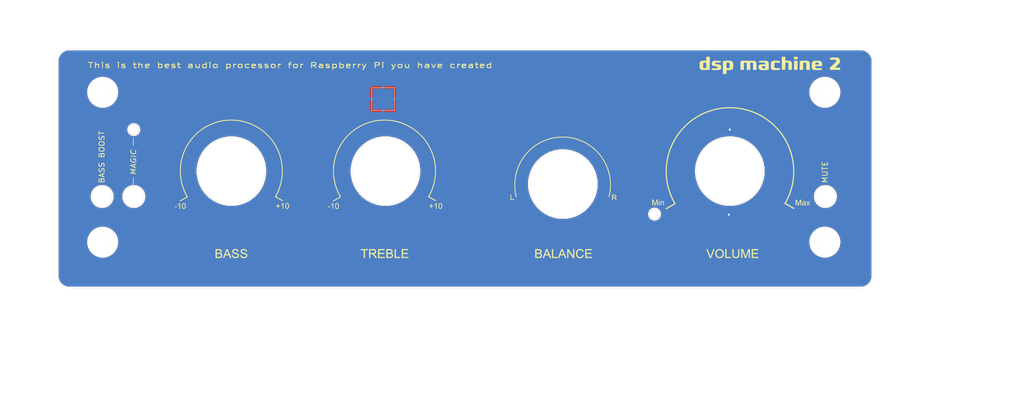
<source format=kicad_pcb>
(kicad_pcb (version 20211014) (generator pcbnew)
  (layers (0 "F.Cu" signal) (31 "B.Cu" signal) (34 "B.Paste" user) (35 "F.Paste" user) (36 "B.SilkS" user "B.Silkscreen") (37 "F.SilkS" user "F.Silkscreen") (38 "B.Mask" user) (39 "F.Mask" user) (44 "Edge.Cuts" user))
  (net 0 "")
  (net 1 "GND")
  (footprint "Сайт-сом:bass_scale" (layer "F.Cu") (at 99.7 114.2)
    (fp_text reference "G***" hide)
    (fp_text value "LOGO" hide)
  )
  (footprint "Сайт-сом:bass_scale" (layer "F.Cu") (at 129.2 114.2)
    (fp_text reference "G***" hide)
    (fp_text value "LOGO" hide)
  )
  (footprint "Сайт-сом:ball" (layer "F.Cu") (at 163.5 117)
    (fp_text reference "G***" hide)
    (fp_text value "LOGO" hide)
  )
  (footprint "Сайт-сом:vol" (layer "F.Cu") (at 196.254 132.4)
    (fp_text reference "G***" hide)
    (fp_text value "LOGO" hide)
  )
  (footprint "Сайт-сом:BALANCE" (layer "F.Cu") (at 163.658489 132.39812)
    (fp_text reference "G***" hide)
    (fp_text value "LOGO" hide)
  )
  (footprint "Сайт-сом:TREBLE" (layer "F.Cu") (at 129.23091 132.39827)
    (fp_text reference "G***" hide)
    (fp_text value "LOGO" hide)
  )
  (footprint "Сайт-сом:BASS" (layer "F.Cu") (at 99.67618 132.397958)
    (fp_text reference "G***" hide)
    (fp_text value "LOGO" hide)
  )
  (footprint "Сайт-сом:volscale" (layer "F.Cu") (at 195.8 113.7)
    (fp_text reference "G***" hide)
    (fp_text value "LOGO" hide)
  )
  (footprint "Buttons_Switches_SMD:SW_SPST_PTS645" (layer "F.Cu") (at 213.9 121.4 -90)
    (fp_text reference "SW1" hide)
    (fp_text value "SW_Push_Dual")
  )
  (footprint "Buttons_Switches_SMD:SW_SPST_PTS645" (layer "F.Cu") (at 80.7 121.4 -90)
    (fp_text reference "SW2" hide)
    (fp_text value "SW_Push_Dual")
  )
  (footprint "Buttons_Switches_SMD:SW_SPST_PTS645" (layer "F.Cu") (at 74.6 121.4 90)
    (fp_text reference "SW3" hide)
    (fp_text value "SW_Push_Dual")
  )
  (footprint "Mounting_Holes:MountingHole_3.2mm_M3" (layer "F.Cu") (at 74.7 101.3)
    (fp_text reference "REF**" hide)
    (fp_text value "MountingHole_3.2mm_M3")
    (pad "" np_thru_hole circle locked (at 0 0) (size 3.2 3.2) (drill 3.2) (layers *.Cu *.Mask "F.SilkS"))
  )
  (footprint "Mounting_Holes:MountingHole_3.2mm_M3" (layer "F.Cu") (at 74.7 130.2)
    (fp_text reference "REF**" hide)
    (fp_text value "MountingHole_3.2mm_M3")
    (pad "" np_thru_hole circle locked (at 0 0) (size 3.2 3.2) (drill 3.2) (layers *.Cu *.Mask "F.SilkS"))
  )
  (footprint "Mounting_Holes:MountingHole_3.2mm_M3" (layer "F.Cu") (at 213.8 130.2)
    (fp_text reference "REF**" hide)
    (fp_text value "MountingHole_3.2mm_M3")
    (pad "" np_thru_hole circle locked (at 0 0) (size 3.2 3.2) (drill 3.2) (layers *.Cu *.Mask "F.SilkS"))
  )
  (footprint "Mounting_Holes:MountingHole_3.2mm_M3" (layer "F.Cu") (at 213.8 101.3)
    (fp_text reference "REF**" hide)
    (fp_text value "MountingHole_3.2mm_M3")
    (pad "" np_thru_hole circle locked (at 0 0) (size 3.2 3.2) (drill 3.2) (layers *.Cu *.Mask "F.SilkS"))
  )
  (footprint "Сайт-сом:DSPM_2" (layer "F.Cu") (at 203.2 96.1)
    (fp_text reference "G***" hide)
    (fp_text value "LOGO" hide)
  )
  (footprint "TestPoint:TestPoint_Pad_4.0x4.0mm" (layer "B.Cu") (at 128.7 102.6)
    (fp_text reference "TP3" hide)
    (fp_text value "TestPoint")
    (pad "1" smd rect locked (at 0 0) (size 4 4) (layers "B.Cu" "B.Mask") (net 1 "GND"))
  )
  (gr_line (start 80.6 111.6) (end 80.6 110.1) (layer "F.SilkS") (width 0.12))
  (gr_line (start 80.6 117.7) (end 80.6 119.1) (layer "F.SilkS") (width 0.12))
  (gr_circle (center 163.333332 119) (end 169.833332 119) (layer "Edge.Cuts") (width 0.05) (fill none))
  (gr_circle (center 129.166666 116.5) (end 135.666666 116.5) (layer "Edge.Cuts") (width 0.05) (fill none))
  (gr_circle (center 99.5 116.5) (end 106 116.5) (layer "Edge.Cuts") (width 0.05) (fill none))
  (gr_arc (start 66 95.3) (mid 66.673654 93.673654) (end 68.3 93) (layer "Edge.Cuts") (width 0.05))
  (gr_arc (start 68.3 139) (mid 66.673654 138.326346) (end 66 136.7) (layer "Edge.Cuts") (width 0.05))
  (gr_arc (start 223 136.7) (mid 222.326346 138.326346) (end 220.7 139) (layer "Edge.Cuts") (width 0.05))
  (gr_line (start 220.7 139) (end 68.3 139) (layer "Edge.Cuts") (width 0.05))
  (gr_arc (start 220.7 93) (mid 222.326346 93.673654) (end 223 95.3) (layer "Edge.Cuts") (width 0.05))
  (gr_line (start 220.7 93) (end 68.3 93) (layer "Edge.Cuts") (width 0.05))
  (gr_line (start 223 112.3) (end 223 95.3) (layer "Edge.Cuts") (width 0.05))
  (gr_line (start 223 119.7) (end 223 136.7) (layer "Edge.Cuts") (width 0.05))
  (gr_line (start 66 104.9) (end 66 95.3) (layer "Edge.Cuts") (width 0.05))
  (gr_line (start 223 112.3) (end 223 119.7) (layer "Edge.Cuts") (width 0.05))
  (gr_line (start 66 104.9) (end 66 136.7) (layer "Edge.Cuts") (width 0.05))
  (gr_circle (center 80.7 108.5) (end 81.7 108.5) (layer "Edge.Cuts") (width 0.1) (fill none))
  (gr_circle (center 181 124.8) (end 182 124.8) (layer "Edge.Cuts") (width 0.1) (fill none))
  (gr_circle (center 80.7 121.4) (end 82.7 121.4) (layer "Edge.Cuts") (width 0.05) (fill none))
  (gr_circle (center 74.6 121.4) (end 76.6 121.4) (layer "Edge.Cuts") (width 0.05) (fill none))
  (gr_circle (center 195.5 116.5) (end 202 116.5) (layer "Edge.Cuts") (width 0.05) (fill none))
  (gr_circle (center 213.9 121.4) (end 215.9 121.4) (layer "Edge.Cuts") (width 0.05) (fill none))
  (gr_text "MAGIC" (at 80.6325 114.8 90) (layer "F.SilkS") (effects (font (size 1 1.1) (thickness 0.15) italic)))
  (gr_text "BASS BOOST" (at 74.5325 113.8 90) (layer "F.SilkS") (effects (font (size 1 1.08))))
  (gr_text "This is the best audio processor for Raspberry Pi you have created" (at 110.8 96.1) (layer "F.SilkS") (effects (font (size 1 1.5) (thickness 0.17))))
  (gr_text "MUTE" (at 213.8325 116.7 90) (layer "F.SilkS") (effects (font (size 1 1.1))))
  (via (at 195.3 124.9) (size 0.8) (drill 0.4) (layers "F.Cu" "B.Cu") (net 1))
  (via (at 195.5 108.5) (size 0.8) (drill 0.4) (layers "F.Cu" "B.Cu") (net 1))
  (zone (net 1) (net_name "GND") (layer "F.Cu") (connect_pads (clearance 0.2)) (min_thickness 0.2) (fill yes (thermal_gap 0.508) (thermal_bridge_width 0.508))
    (polygon (pts (xy 223 139.5) (xy 66 139.5) (xy 66 92.5) (xy 223 92.5)))
  )
  (zone (net 1) (net_name "GND") (layer "B.Cu") (connect_pads (clearance 0.2)) (min_thickness 0.2) (fill yes (thermal_gap 0.508) (thermal_bridge_width 0.508))
    (polygon (pts (xy 223 139.5) (xy 66 139.5) (xy 66 92.5) (xy 223 92.5)))
  )
)
</source>
